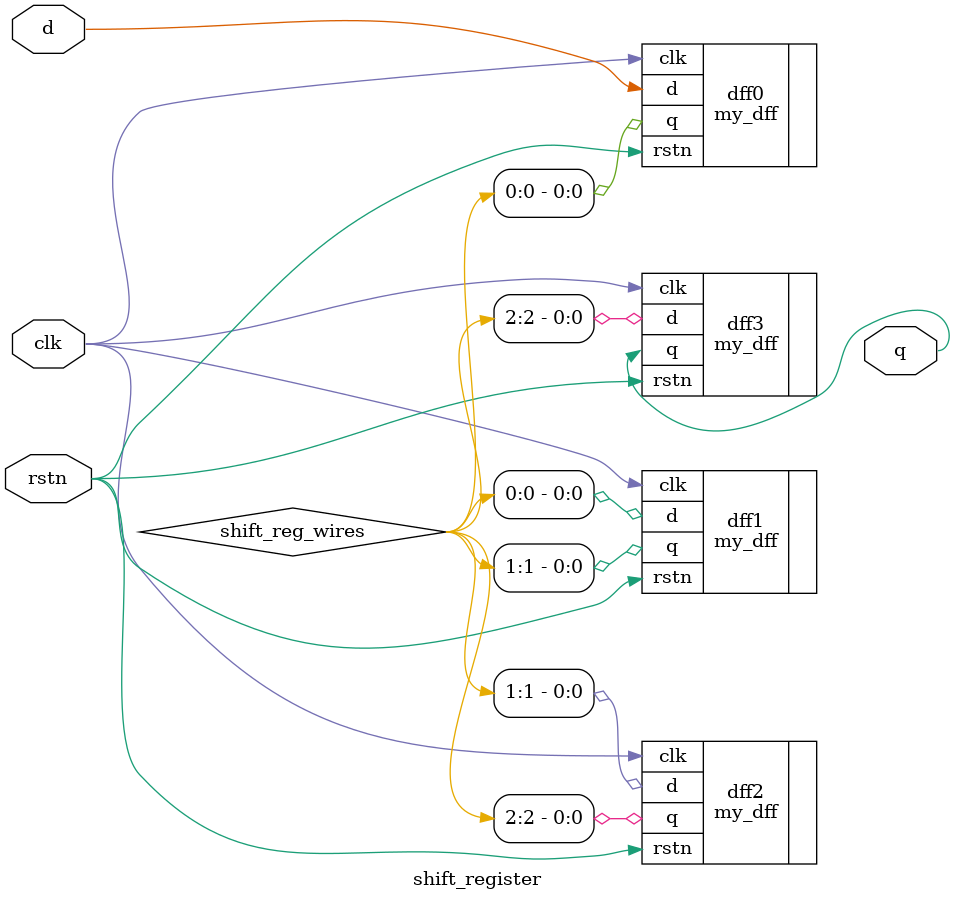
<source format=sv>


//declaring a new component that will call another component

module shift_register(input d, input clk, input rstn, output q); 

//components from outside files are always declared inside modules
my_dff dff0(.d(d),.clk(clk),.rstn(rstn), .q(shift_reg_wires[0]));
my_dff dff1(.d(shift_reg_wires[0]),.clk(clk),.rstn(rstn), .q(shift_reg_wires[1]));
my_dff dff2(.d(shift_reg_wires[1]),.clk(clk),.rstn(rstn), .q(shift_reg_wires[2]));
my_dff dff3(.d(shift_reg_wires[2]),.clk(clk),.rstn(rstn), .q(q));

//need to declare wires to connect components together
//notice that were using "shift_reg_wires" before we even declare them
//this is a hardware description, all code is executed at the same time.
//these wires can be declared anywhere within our module.
wire[3:0] shift_reg_wires;

endmodule
</source>
